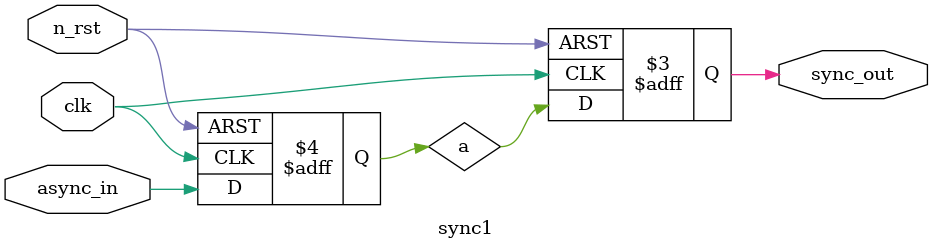
<source format=sv>

module sync1
  (
   input wire clk,
   input wire n_rst,
   input wire async_in,
   output reg sync_out
   );
   reg a;
   always_ff @ (posedge clk, negedge n_rst)
     begin
	if(1'b0 == n_rst)
	  begin
	     a <= 1'b1;
	     sync_out <= 1'b1;
	  end
	else
	  begin
	     a <= async_in;
	     sync_out <= a;
	  end
     end // always_ff @ (posedge clk, negedge n_rst)
 
  endmodule

</source>
